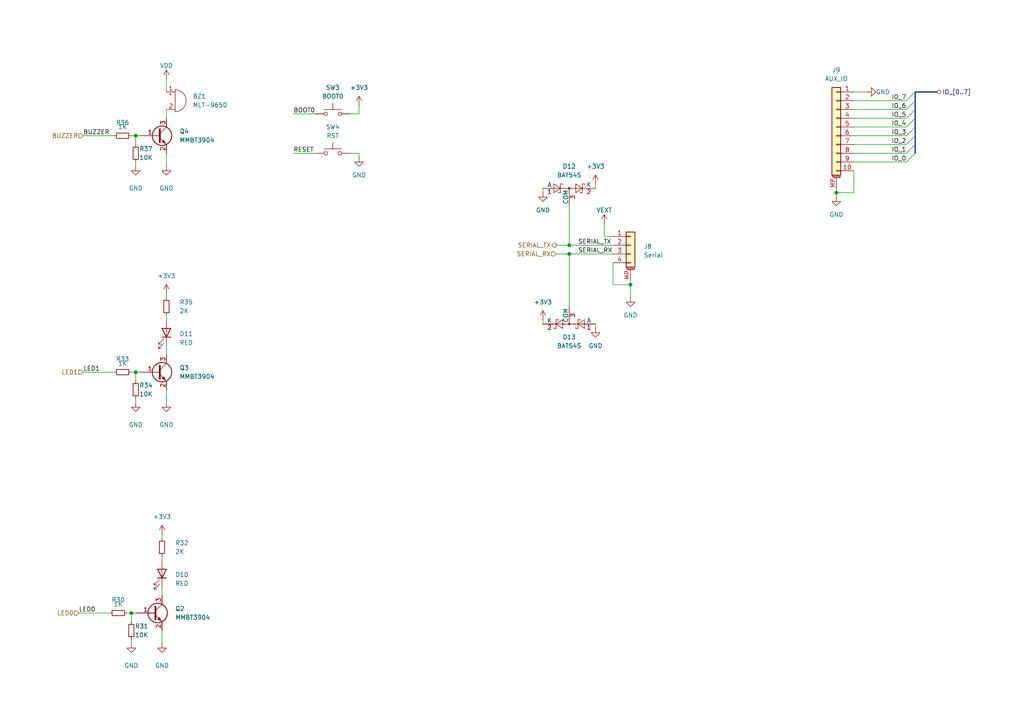
<source format=kicad_sch>
(kicad_sch (version 20231120) (generator "eeschema") (generator_version "8.0")
  (paper "A4")
  (lib_symbols
    (symbol "Connector_Generic_MountingPin:Conn_01x04_MountingPin" (pin_names (offset 1.016) hide)
      (property "Reference" "J" (at 0 5.08 0))
      (property "Value" "Conn_01x04_MountingPin" (at 1.27 -7.62 0))
      (symbol "Conn_01x04_MountingPin_1_1"
        (rectangle (start -1.27 -4.953) (end 0 -5.207) (stroke (width 0.1524)))
        (rectangle (start -1.27 -2.413) (end 0 -2.667) (stroke (width 0.1524)))
        (rectangle (start -1.27 0.127) (end 0 -0.127) (stroke (width 0.1524)))
        (rectangle (start -1.27 2.667) (end 0 2.413) (stroke (width 0.1524)))
        (rectangle (start -1.27 3.81) (end 1.27 -6.35) (stroke (width 0.254)) (fill (type background)))
        (polyline (pts (xy -1.016 -7.112) (xy 1.016 -7.112)) (stroke (width 0.1524)))
        (text "Mounting" (at 0 -6.731 0) (effects (font (size 0.381 0.381))))
        (pin passive line (at -5.08 2.54 0) (length 3.81) (name "Pin_1") (number "1"))
        (pin passive line (at -5.08 0 0) (length 3.81) (name "Pin_2") (number "2"))
        (pin passive line (at -5.08 -2.54 0) (length 3.81) (name "Pin_3") (number "3"))
        (pin passive line (at -5.08 -5.08 0) (length 3.81) (name "Pin_4") (number "4"))
        (pin passive line (at 0 -10.16 90) (length 3.048) (name "MountPin") (number "MP"))
      )
    )
    (symbol "Connector_Generic_MountingPin:Conn_01x10_MountingPin" (pin_names (offset 1.016) hide)
      (property "Reference" "J" (at 0 12.7 0))
      (property "Value" "Conn_01x10_MountingPin" (at 1.27 -15.24 0))
      (symbol "Conn_01x10_MountingPin_1_1"
        (rectangle (start -1.27 -12.573) (end 0 -12.827) (stroke (width 0.1524)))
        (rectangle (start -1.27 -10.033) (end 0 -10.287) (stroke (width 0.1524)))
        (rectangle (start -1.27 -7.493) (end 0 -7.747) (stroke (width 0.1524)))
        (rectangle (start -1.27 -4.953) (end 0 -5.207) (stroke (width 0.1524)))
        (rectangle (start -1.27 -2.413) (end 0 -2.667) (stroke (width 0.1524)))
        (rectangle (start -1.27 0.127) (end 0 -0.127) (stroke (width 0.1524)))
        (rectangle (start -1.27 2.667) (end 0 2.413) (stroke (width 0.1524)))
        (rectangle (start -1.27 5.207) (end 0 4.953) (stroke (width 0.1524)))
        (rectangle (start -1.27 7.747) (end 0 7.493) (stroke (width 0.1524)))
        (rectangle (start -1.27 10.287) (end 0 10.033) (stroke (width 0.1524)))
        (rectangle (start -1.27 11.43) (end 1.27 -13.97) (stroke (width 0.254)) (fill (type background)))
        (polyline (pts (xy -1.016 -14.732) (xy 1.016 -14.732)) (stroke (width 0.1524)))
        (text "Mounting" (at 0 -14.351 0) (effects (font (size 0.381 0.381))))
        (pin passive line (at -5.08 10.16 0) (length 3.81) (name "Pin_1") (number "1"))
        (pin passive line (at -5.08 -12.7 0) (length 3.81) (name "Pin_10") (number "10"))
        (pin passive line (at -5.08 7.62 0) (length 3.81) (name "Pin_2") (number "2"))
        (pin passive line (at -5.08 5.08 0) (length 3.81) (name "Pin_3") (number "3"))
        (pin passive line (at -5.08 2.54 0) (length 3.81) (name "Pin_4") (number "4"))
        (pin passive line (at -5.08 0 0) (length 3.81) (name "Pin_5") (number "5"))
        (pin passive line (at -5.08 -2.54 0) (length 3.81) (name "Pin_6") (number "6"))
        (pin passive line (at -5.08 -5.08 0) (length 3.81) (name "Pin_7") (number "7"))
        (pin passive line (at -5.08 -7.62 0) (length 3.81) (name "Pin_8") (number "8"))
        (pin passive line (at -5.08 -10.16 0) (length 3.81) (name "Pin_9") (number "9"))
        (pin passive line (at 0 -17.78 90) (length 3.048) (name "MountPin") (number "MP"))
      )
    )
    (symbol "Device:Buzzer" (pin_names (offset 0.0254) hide)
      (property "Reference" "BZ" (at 3.81 1.27 0))
      (property "Value" "Buzzer" (at 3.81 -1.27 0))
      (symbol "Buzzer_0_1"
        (arc (start 0 -3.175) (mid 3.1612 0) (end 0 3.175))
        (polyline (pts (xy -1.651 1.905) (xy -1.143 1.905)))
        (polyline (pts (xy -1.397 2.159) (xy -1.397 1.651)))
        (polyline (pts (xy 0 3.175) (xy 0 -3.175)))
      )
      (symbol "Buzzer_1_1"
        (pin passive line (at -2.54 2.54 0) (length 2.54) (name "+") (number "1"))
        (pin passive line (at -2.54 -2.54 0) (length 2.54) (name "-") (number "2"))
      )
    )
    (symbol "Device:LED" (pin_numbers hide) (pin_names (offset 1.016) hide)
      (property "Reference" "D" (at 0 2.54 0))
      (property "Value" "LED" (at 0 -2.54 0))
      (symbol "LED_0_1"
        (polyline (pts (xy -1.27 -1.27) (xy -1.27 1.27)) (stroke (width 0.254)))
        (polyline (pts (xy -1.27 0) (xy 1.27 0)))
        (polyline (pts (xy 1.27 -1.27) (xy 1.27 1.27) (xy -1.27 0) (xy 1.27 -1.27)) (stroke (width 0.254)))
        (polyline (pts (xy -3.048 -0.762) (xy -4.572 -2.286) (xy -3.81 -2.286) (xy -4.572 -2.286) (xy -4.572 -1.524)))
        (polyline (pts (xy -1.778 -0.762) (xy -3.302 -2.286) (xy -2.54 -2.286) (xy -3.302 -2.286) (xy -3.302 -1.524)))
      )
      (symbol "LED_1_1"
        (pin passive line (at -3.81 0 0) (length 2.54) (name "K") (number "1"))
        (pin passive line (at 3.81 0 180) (length 2.54) (name "A") (number "2"))
      )
    )
    (symbol "Device:R_Small" (pin_numbers hide) (pin_names (offset 0.254) hide)
      (property "Reference" "R" (at 0.762 0.508 0))
      (property "Value" "R_Small" (at 0.762 -1.016 0))
      (symbol "R_Small_0_1"
        (rectangle (start -0.762 1.778) (end 0.762 -1.778) (stroke (width 0.2032)))
      )
      (symbol "R_Small_1_1"
        (pin passive line (at 0 2.54 270) (length 0.762) (name "~") (number "1"))
        (pin passive line (at 0 -2.54 90) (length 0.762) (name "~") (number "2"))
      )
    )
    (symbol "Diode:BAT54S" (pin_names (offset 0))
      (property "Reference" "D" (at 2.54 -5.08 0))
      (property "Value" "BAT54S" (at -6.35 3.175 0))
      (symbol "BAT54S_0_1"
        (polyline (pts (xy -3.81 0) (xy -1.27 0)))
        (polyline (pts (xy -3.175 -1.27) (xy -3.175 -1.016)))
        (polyline (pts (xy -2.54 -1.27) (xy -3.175 -1.27)))
        (polyline (pts (xy -2.54 -1.27) (xy -2.54 1.27)))
        (polyline (pts (xy -2.54 1.27) (xy -1.905 1.27)))
        (polyline (pts (xy -1.905 0) (xy 1.905 0)))
        (polyline (pts (xy -1.905 1.27) (xy -1.905 1.016)))
        (polyline (pts (xy 1.27 0) (xy 3.81 0)))
        (polyline (pts (xy 3.175 -1.27) (xy 3.175 -1.016)))
        (polyline (pts (xy 3.81 -1.27) (xy 3.175 -1.27)))
        (polyline (pts (xy 3.81 -1.27) (xy 3.81 1.27)))
        (polyline (pts (xy 3.81 1.27) (xy 4.445 1.27)))
        (polyline (pts (xy 4.445 1.27) (xy 4.445 1.016)))
        (polyline (pts (xy -4.445 1.27) (xy -4.445 -1.27) (xy -2.54 0) (xy -4.445 1.27)))
        (polyline (pts (xy 1.905 1.27) (xy 1.905 -1.27) (xy 3.81 0) (xy 1.905 1.27)))
        (circle (center 0 0) (radius 0.254) (fill (type outline)))
      )
      (symbol "BAT54S_1_1"
        (pin passive line (at -7.62 0 0) (length 3.81) (name "A") (number "1"))
        (pin passive line (at 7.62 0 180) (length 3.81) (name "K") (number "2"))
        (pin passive line (at 0 -5.08 90) (length 5.08) (name "COM") (number "3"))
      )
    )
    (symbol "Switch:SW_Push" (pin_numbers hide) (pin_names (offset 1.016) hide)
      (property "Reference" "SW" (at 1.27 2.54 0))
      (property "Value" "SW_Push" (at 0 -1.524 0))
      (symbol "SW_Push_0_1"
        (circle (center -2.032 0) (radius 0.508))
        (polyline (pts (xy 0 1.27) (xy 0 3.048)))
        (polyline (pts (xy 2.54 1.27) (xy -2.54 1.27)))
        (circle (center 2.032 0) (radius 0.508))
        (pin passive line (at -5.08 0 0) (length 2.54) (name "1") (number "1"))
        (pin passive line (at 5.08 0 180) (length 2.54) (name "2") (number "2"))
      )
    )
    (symbol "Transistor_BJT:MMBT3904" (pin_names (offset 0) hide)
      (property "Reference" "Q" (at 5.08 1.905 0))
      (property "Value" "MMBT3904" (at 5.08 0 0))
      (symbol "MMBT3904_0_1"
        (polyline (pts (xy 0.635 0.635) (xy 2.54 2.54)))
        (polyline (pts (xy 0.635 -0.635) (xy 2.54 -2.54) (xy 2.54 -2.54)))
        (polyline (pts (xy 0.635 1.905) (xy 0.635 -1.905) (xy 0.635 -1.905)) (stroke (width 0.508)))
        (polyline (pts (xy 1.27 -1.778) (xy 1.778 -1.27) (xy 2.286 -2.286) (xy 1.27 -1.778) (xy 1.27 -1.778)) (fill (type outline)))
        (circle (center 1.27 0) (radius 2.8194) (stroke (width 0.254)))
      )
      (symbol "MMBT3904_1_1"
        (pin input line (at -5.08 0 0) (length 5.715) (name "B") (number "1"))
        (pin passive line (at 2.54 -5.08 90) (length 2.54) (name "E") (number "2"))
        (pin passive line (at 2.54 5.08 270) (length 2.54) (name "C") (number "3"))
      )
    )
    (symbol "power:+3V3" (power) (pin_numbers hide) (pin_names (offset 0) hide)
      (property "Value" "+3V3" (at 0 3.556 0))
      (symbol "+3V3_0_1"
        (polyline (pts (xy -0.762 1.27) (xy 0 2.54)))
        (polyline (pts (xy 0 0) (xy 0 2.54)))
        (polyline (pts (xy 0 2.54) (xy 0.762 1.27)))
      )
      (symbol "+3V3_1_1"
        (pin power_in line (at 0 0 90) (length 0) (name "~") (number "1"))
      )
    )
    (symbol "power:GND" (power) (pin_numbers hide) (pin_names (offset 0) hide)
      (property "Value" "GND" (at 0 -3.81 0))
      (symbol "GND_0_1"
        (polyline (pts (xy 0 0) (xy 0 -1.27) (xy 1.27 -1.27) (xy 0 -2.54) (xy -1.27 -1.27) (xy 0 -1.27)))
      )
      (symbol "GND_1_1"
        (pin power_in line (at 0 0 270) (length 0) (name "~") (number "1"))
      )
    )
    (symbol "power:VBUS" (power) (pin_numbers hide) (pin_names (offset 0) hide)
      (property "Value" "VBUS" (at 0 3.556 0))
      (symbol "VBUS_0_1"
        (polyline (pts (xy -0.762 1.27) (xy 0 2.54)))
        (polyline (pts (xy 0 0) (xy 0 2.54)))
        (polyline (pts (xy 0 2.54) (xy 0.762 1.27)))
      )
      (symbol "VBUS_1_1"
        (pin power_in line (at 0 0 90) (length 0) (name "~") (number "1"))
      )
    )
    (symbol "power:VDD" (power) (pin_numbers hide) (pin_names (offset 0) hide)
      (property "Value" "VDD" (at 0 3.556 0))
      (symbol "VDD_0_1"
        (polyline (pts (xy -0.762 1.27) (xy 0 2.54)))
        (polyline (pts (xy 0 0) (xy 0 2.54)))
        (polyline (pts (xy 0 2.54) (xy 0.762 1.27)))
      )
      (symbol "VDD_1_1"
        (pin power_in line (at 0 0 90) (length 0) (name "~") (number "1"))
      )
    )
  )
  (junction (at 242.57 55.88))
  (junction (at 165.1 73.66))
  (junction (at 39.37 39.37))
  (junction (at 39.37 107.95))
  (junction (at 38.1 177.8))
  (junction (at 182.88 82.55))
  (junction (at 165.1 71.12))
  (bus_entry (at 262.89 29.21) (size 2.54 -2.54))
  (bus_entry (at 262.89 46.99) (size 2.54 -2.54))
  (bus_entry (at 262.89 34.29) (size 2.54 -2.54))
  (bus_entry (at 262.89 39.37) (size 2.54 -2.54))
  (bus_entry (at 262.89 44.45) (size 2.54 -2.54))
  (bus_entry (at 262.89 31.75) (size 2.54 -2.54))
  (bus_entry (at 262.89 41.91) (size 2.54 -2.54))
  (bus_entry (at 262.89 36.83) (size 2.54 -2.54))
  (wire (pts (xy 85.09 44.45) (xy 91.44 44.45)))
  (wire (pts (xy 46.99 161.29) (xy 46.99 162.56)))
  (bus (pts (xy 265.43 41.91) (xy 265.43 39.37)))
  (wire (pts (xy 39.37 39.37) (xy 39.37 41.91)))
  (wire (pts (xy 177.8 82.55) (xy 182.88 82.55)))
  (wire (pts (xy 262.89 44.45) (xy 247.65 44.45)))
  (bus (pts (xy 265.43 31.75) (xy 265.43 29.21)))
  (wire (pts (xy 165.1 71.12) (xy 177.8 71.12)))
  (wire (pts (xy 247.65 55.88) (xy 242.57 55.88)))
  (bus (pts (xy 265.43 44.45) (xy 265.43 41.91)))
  (wire (pts (xy 262.89 31.75) (xy 247.65 31.75)))
  (wire (pts (xy 104.14 44.45) (xy 101.6 44.45)))
  (wire (pts (xy 39.37 39.37) (xy 40.64 39.37)))
  (wire (pts (xy 48.26 91.44) (xy 48.26 92.71)))
  (wire (pts (xy 48.26 116.84) (xy 48.26 113.03)))
  (wire (pts (xy 262.89 34.29) (xy 247.65 34.29)))
  (wire (pts (xy 39.37 116.84) (xy 39.37 115.57)))
  (wire (pts (xy 38.1 177.8) (xy 39.37 177.8)))
  (wire (pts (xy 262.89 41.91) (xy 247.65 41.91)))
  (wire (pts (xy 262.89 39.37) (xy 247.65 39.37)))
  (wire (pts (xy 165.1 88.9) (xy 165.1 73.66)))
  (wire (pts (xy 242.57 57.15) (xy 242.57 55.88)))
  (wire (pts (xy 38.1 39.37) (xy 39.37 39.37)))
  (bus (pts (xy 265.43 26.67) (xy 271.78 26.67)))
  (wire (pts (xy 101.6 33.02) (xy 104.14 33.02)))
  (wire (pts (xy 172.72 53.34) (xy 172.72 54.61)))
  (wire (pts (xy 172.72 95.25) (xy 172.72 93.98)))
  (wire (pts (xy 46.99 170.18) (xy 46.99 172.72)))
  (wire (pts (xy 22.86 177.8) (xy 31.75 177.8)))
  (wire (pts (xy 39.37 107.95) (xy 40.64 107.95)))
  (wire (pts (xy 38.1 107.95) (xy 39.37 107.95)))
  (bus (pts (xy 265.43 36.83) (xy 265.43 34.29)))
  (wire (pts (xy 157.48 92.71) (xy 157.48 93.98)))
  (wire (pts (xy 251.46 26.67) (xy 247.65 26.67)))
  (wire (pts (xy 104.14 33.02) (xy 104.14 30.48)))
  (wire (pts (xy 165.1 59.69) (xy 165.1 71.12)))
  (wire (pts (xy 175.26 68.58) (xy 177.8 68.58)))
  (wire (pts (xy 182.88 86.36) (xy 182.88 82.55)))
  (wire (pts (xy 48.26 85.09) (xy 48.26 86.36)))
  (wire (pts (xy 48.26 48.26) (xy 48.26 44.45)))
  (wire (pts (xy 38.1 186.69) (xy 38.1 185.42)))
  (bus (pts (xy 265.43 39.37) (xy 265.43 36.83)))
  (wire (pts (xy 48.26 31.75) (xy 48.26 34.29)))
  (wire (pts (xy 36.83 177.8) (xy 38.1 177.8)))
  (wire (pts (xy 39.37 107.95) (xy 39.37 110.49)))
  (wire (pts (xy 262.89 29.21) (xy 247.65 29.21)))
  (wire (pts (xy 48.26 22.86) (xy 48.26 26.67)))
  (wire (pts (xy 165.1 73.66) (xy 177.8 73.66)))
  (wire (pts (xy 38.1 177.8) (xy 38.1 180.34)))
  (wire (pts (xy 104.14 45.72) (xy 104.14 44.45)))
  (wire (pts (xy 242.57 55.88) (xy 242.57 54.61)))
  (wire (pts (xy 46.99 186.69) (xy 46.99 182.88)))
  (bus (pts (xy 265.43 29.21) (xy 265.43 26.67)))
  (bus (pts (xy 265.43 34.29) (xy 265.43 31.75)))
  (wire (pts (xy 247.65 49.53) (xy 247.65 55.88)))
  (wire (pts (xy 161.29 71.12) (xy 165.1 71.12)))
  (wire (pts (xy 157.48 55.88) (xy 157.48 54.61)))
  (wire (pts (xy 48.26 100.33) (xy 48.26 102.87)))
  (wire (pts (xy 182.88 82.55) (xy 182.88 81.28)))
  (wire (pts (xy 262.89 46.99) (xy 247.65 46.99)))
  (wire (pts (xy 177.8 76.2) (xy 177.8 82.55)))
  (wire (pts (xy 175.26 64.77) (xy 175.26 68.58)))
  (wire (pts (xy 161.29 73.66) (xy 165.1 73.66)))
  (wire (pts (xy 85.09 33.02) (xy 91.44 33.02)))
  (wire (pts (xy 39.37 48.26) (xy 39.37 46.99)))
  (wire (pts (xy 46.99 154.94) (xy 46.99 156.21)))
  (wire (pts (xy 24.13 39.37) (xy 33.02 39.37)))
  (wire (pts (xy 24.13 107.95) (xy 33.02 107.95)))
  (wire (pts (xy 262.89 36.83) (xy 247.65 36.83)))
  (label "BOOT0" (at 85.09 33.02 0))
  (label "IO_2" (at 262.89 41.91 180))
  (label "LED0" (at 22.86 177.8 0))
  (label "IO_6" (at 262.89 31.75 180))
  (label "IO_5" (at 262.89 34.29 180))
  (label "IO_0" (at 262.89 46.99 180))
  (label "IO_4" (at 262.89 36.83 180))
  (label "BUZZER" (at 24.13 39.37 0))
  (label "IO_1" (at 262.89 44.45 180))
  (label "SERIAL_TX" (at 167.64 71.12 0))
  (label "IO_3" (at 262.89 39.37 180))
  (label "LED1" (at 24.13 107.95 0))
  (label "IO_7" (at 262.89 29.21 180))
  (label "SERIAL_RX" (at 167.64 73.66 0))
  (label "RESET" (at 85.09 44.45 0))
  (hierarchical_label "SERIAL_RX" (shape input) (at 161.29 73.66 180))
  (hierarchical_label "BUZZER" (shape input) (at 24.13 39.37 180))
  (hierarchical_label "LED1" (shape input) (at 24.13 107.95 180))
  (hierarchical_label "IO_[0..7]" (shape bidirectional) (at 271.78 26.67 0))
  (hierarchical_label "SERIAL_TX" (shape output) (at 161.29 71.12 180))
  (hierarchical_label "LED0" (shape input) (at 22.86 177.8 180))
  (symbol (lib_id "Switch:SW_Push") (at 96.52 44.45 0) (unit 1)
    (property "Reference" "SW4" (at 96.52 36.83 0))
    (property "Value" "RST" (at 96.52 39.37 0))
    (property "Footprint" "Button_Switch_SMD:SW_SPST_PTS810" (effects (hide yes)))
    (property "Description" "Push button switch, generic, two pins" (effects (hide yes)))
    (property "JLCPCB Part #" "C127488" (effects (hide yes)))
  )
  (symbol (lib_id "power:GND") (at 182.88 86.36 0) (unit 1)
    (property "Reference" "#PWR0131" (effects (hide yes)))
    (property "Value" "GND" (at 182.88 91.44 0))
    (property "Description" "Power symbol creates a global label with name \"GND\" , ground" (effects (hide yes)))
  )
  (symbol (lib_id "Transistor_BJT:MMBT3904") (at 44.45 177.8 0) (unit 1)
    (property "Reference" "Q2" (at 50.8 176.5299 0) (effects (justify left)))
    (property "Value" "MMBT3904" (at 50.8 179.0699 0) (effects (justify left)))
    (property "Footprint" "Package_TO_SOT_SMD:SOT-23" (effects (hide yes)))
    (property "Datasheet" "https://www.onsemi.com/pdf/datasheet/pzt3904-d.pdf" (effects (hide yes)))
    (property "Description" "0.2A Ic, 40V Vce, Small Signal NPN Transistor, SOT-23" (effects (hide yes)))
    (property "JLCPCB Part #" "C7420353" (effects (hide yes)))
  )
  (symbol (lib_id "power:GND") (at 39.37 48.26 0) (unit 1)
    (property "Reference" "#PWR0133" (effects (hide yes)))
    (property "Value" "GND" (at 39.37 54.61 0))
    (property "Description" "Power symbol creates a global label with name \"GND\" , ground" (effects (hide yes)))
  )
  (symbol (lib_id "power:GND") (at 48.26 116.84 0) (unit 1)
    (property "Reference" "#PWR0123" (effects (hide yes)))
    (property "Value" "GND" (at 48.26 123.19 0))
    (property "Description" "Power symbol creates a global label with name \"GND\" , ground" (effects (hide yes)))
  )
  (symbol (lib_id "power:+3V3") (at 157.48 92.71 0) (unit 1)
    (property "Reference" "#PWR0128" (effects (hide yes)))
    (property "Value" "+3V3" (at 157.48 87.63 0))
    (property "Description" "Power symbol creates a global label with name \"+3V3\"" (effects (hide yes)))
  )
  (symbol (lib_id "power:GND") (at 39.37 116.84 0) (unit 1)
    (property "Reference" "#PWR0121" (effects (hide yes)))
    (property "Value" "GND" (at 39.37 123.19 0))
    (property "Description" "Power symbol creates a global label with name \"GND\" , ground" (effects (hide yes)))
  )
  (symbol (lib_id "Device:LED") (at 48.26 96.52 270) (mirror x) (unit 1)
    (property "Reference" "D11" (at 52.07 96.8374 90) (effects (justify left)))
    (property "Value" "RED" (at 52.07 99.3774 90) (effects (justify left)))
    (property "Footprint" "LED_SMD:LED_0805_2012Metric" (effects (hide yes)))
    (property "Description" "Light emitting diode" (effects (hide yes)))
    (property "JLCPCB Part #" "C84256" (effects (hide yes)))
  )
  (symbol (lib_id "Device:LED") (at 46.99 166.37 270) (mirror x) (unit 1)
    (property "Reference" "D10" (at 50.8 166.6874 90) (effects (justify left)))
    (property "Value" "RED" (at 50.8 169.2274 90) (effects (justify left)))
    (property "Footprint" "LED_SMD:LED_0805_2012Metric" (effects (hide yes)))
    (property "Description" "Light emitting diode" (effects (hide yes)))
    (property "JLCPCB Part #" "C84256" (effects (hide yes)))
  )
  (symbol (lib_id "Connector_Generic_MountingPin:Conn_01x04_MountingPin") (at 182.88 71.12 0) (unit 1)
    (property "Reference" "J8" (at 186.69 71.4755 0) (effects (justify left)))
    (property "Value" "Serial" (at 186.69 74.0155 0) (effects (justify left)))
    (property "Footprint" "S4B-XH-SM4-TB_LF__SN:S4BXHSM4TBLFSN" (effects (hide yes)))
    (property "Description" "Generic connectable mounting pin connector, single row, 01x04, script generated (kicad-library-utils/schlib/autogen/connector/)" (effects (hide yes)))
    (property "JLCPCB Part #" "C146120" (effects (hide yes)))
  )
  (symbol (lib_id "power:+3V3") (at 172.72 53.34 0) (unit 1)
    (property "Reference" "#PWR0126" (effects (hide yes)))
    (property "Value" "+3V3" (at 172.72 48.26 0))
    (property "Description" "Power symbol creates a global label with name \"+3V3\"" (effects (hide yes)))
  )
  (symbol (lib_id "power:GND") (at 242.57 57.15 0) (mirror y) (unit 1)
    (property "Reference" "#PWR0132" (effects (hide yes)))
    (property "Value" "GND" (at 242.57 62.23 0))
    (property "Description" "Power symbol creates a global label with name \"GND\" , ground" (effects (hide yes)))
  )
  (symbol (lib_id "Device:R_Small") (at 34.29 177.8 90) (unit 1)
    (property "Reference" "R30" (at 34.29 173.99 90))
    (property "Value" "1K" (at 34.29 175.26 90))
    (property "Footprint" "Resistor_SMD:R_0402_1005Metric" (effects (hide yes)))
    (property "Description" "Resistor, small symbol" (effects (hide yes)))
    (property "JLCPCB Part #" "C11702" (effects (hide yes)))
  )
  (symbol (lib_id "power:+3V3") (at 48.26 85.09 0) (unit 1)
    (property "Reference" "#PWR0122" (effects (hide yes)))
    (property "Value" "+3V3" (at 48.26 80.01 0))
    (property "Description" "Power symbol creates a global label with name \"+3V3\"" (effects (hide yes)))
  )
  (symbol (lib_id "Diode:BAT54S") (at 165.1 93.98 180) (unit 1)
    (property "Reference" "D13" (at 165.1 97.79 0))
    (property "Value" "BAT54S" (at 165.1 100.33 0))
    (property "Footprint" "Package_TO_SOT_SMD:SOT-23" (effects (hide yes)))
    (property "Datasheet" "https://www.diodes.com/assets/Datasheets/ds11005.pdf" (effects (hide yes)))
    (property "Description" "Vr 30V, If 200mA, Dual schottky barrier diode, in series, SOT-323" (effects (hide yes)))
    (property "JLCPCB Part #" "C47546" (effects (hide yes)))
  )
  (symbol (lib_id "Transistor_BJT:MMBT3904") (at 45.72 39.37 0) (unit 1)
    (property "Reference" "Q4" (at 52.07 38.0999 0) (effects (justify left)))
    (property "Value" "MMBT3904" (at 52.07 40.6399 0) (effects (justify left)))
    (property "Footprint" "Package_TO_SOT_SMD:SOT-23" (effects (hide yes)))
    (property "Datasheet" "https://www.onsemi.com/pdf/datasheet/pzt3904-d.pdf" (effects (hide yes)))
    (property "Description" "0.2A Ic, 40V Vce, Small Signal NPN Transistor, SOT-23" (effects (hide yes)))
    (property "JLCPCB Part #" "C7420353" (effects (hide yes)))
  )
  (symbol (lib_id "Device:Buzzer") (at 50.8 29.21 0) (unit 1)
    (property "Reference" "BZ1" (at 55.88 27.9399 0) (effects (justify left)))
    (property "Value" "MLT-9650" (at 55.88 30.4799 0) (effects (justify left)))
    (property "Footprint" "SMD-Buzzer:active-MLT-9650" (effects (hide yes)))
    (property "Description" "Buzzer, polarized" (effects (hide yes)))
    (property "JLCPCB Part #" "C255327" (effects (hide yes)))
  )
  (symbol (lib_id "power:+3V3") (at 104.14 30.48 0) (unit 1)
    (property "Reference" "#PWR0124" (effects (hide yes)))
    (property "Value" "+3V3" (at 104.14 25.4 0))
    (property "Description" "Power symbol creates a global label with name \"+3V3\"" (effects (hide yes)))
  )
  (symbol (lib_id "power:GND") (at 104.14 45.72 0) (unit 1)
    (property "Reference" "#PWR0125" (effects (hide yes)))
    (property "Value" "GND" (at 104.14 50.8 0))
    (property "Description" "Power symbol creates a global label with name \"GND\" , ground" (effects (hide yes)))
  )
  (symbol (lib_id "Diode:BAT54S") (at 165.1 54.61 0) (unit 1)
    (property "Reference" "D12" (at 165.1 48.26 0))
    (property "Value" "BAT54S" (at 165.1 50.8 0))
    (property "Footprint" "Package_TO_SOT_SMD:SOT-23" (effects (hide yes)))
    (property "Datasheet" "https://www.diodes.com/assets/Datasheets/ds11005.pdf" (effects (hide yes)))
    (property "Description" "Vr 30V, If 200mA, Dual schottky barrier diode, in series, SOT-323" (effects (hide yes)))
    (property "JLCPCB Part #" "C47546" (effects (hide yes)))
  )
  (symbol (lib_id "Device:R_Small") (at 38.1 182.88 0) (unit 1)
    (property "Reference" "R31" (at 39.116 181.61 0) (effects (justify left)))
    (property "Value" "10K" (at 39.116 184.15 0) (effects (justify left)))
    (property "Footprint" "Resistor_SMD:R_0402_1005Metric" (effects (hide yes)))
    (property "Description" "Resistor, small symbol" (effects (hide yes)))
    (property "JLCPCB Part #" "C25744" (effects (hide yes)))
  )
  (symbol (lib_id "power:+3V3") (at 46.99 154.94 0) (unit 1)
    (property "Reference" "#PWR0119" (effects (hide yes)))
    (property "Value" "+3V3" (at 46.99 149.86 0))
    (property "Description" "Power symbol creates a global label with name \"+3V3\"" (effects (hide yes)))
  )
  (symbol (lib_id "power:GND") (at 172.72 95.25 0) (unit 1)
    (property "Reference" "#PWR0129" (effects (hide yes)))
    (property "Value" "GND" (at 172.72 100.33 0))
    (property "Description" "Power symbol creates a global label with name \"GND\" , ground" (effects (hide yes)))
  )
  (symbol (lib_id "power:GND") (at 46.99 186.69 0) (unit 1)
    (property "Reference" "#PWR0120" (effects (hide yes)))
    (property "Value" "GND" (at 46.99 193.04 0))
    (property "Description" "Power symbol creates a global label with name \"GND\" , ground" (effects (hide yes)))
  )
  (symbol (lib_id "power:VDD") (at 48.26 22.86 0) (unit 1)
    (property "Reference" "#PWR0135" (effects (hide yes)))
    (property "Value" "VDD" (at 48.26 19.05 0))
    (property "Description" "Power symbol creates a global label with name \"VDD\"" (effects (hide yes)))
  )
  (symbol (lib_id "power:GND") (at 251.46 26.67 90) (mirror x) (unit 1)
    (property "Reference" "#PWR0134" (effects (hide yes)))
    (property "Value" "GND" (at 254 26.6699 90) (effects (justify right)))
    (property "Description" "Power symbol creates a global label with name \"GND\" , ground" (effects (hide yes)))
  )
  (symbol (lib_id "power:GND") (at 38.1 186.69 0) (unit 1)
    (property "Reference" "#PWR0118" (effects (hide yes)))
    (property "Value" "GND" (at 38.1 193.04 0))
    (property "Description" "Power symbol creates a global label with name \"GND\" , ground" (effects (hide yes)))
  )
  (symbol (lib_id "Device:R_Small") (at 39.37 44.45 0) (unit 1)
    (property "Reference" "R37" (at 40.386 43.18 0) (effects (justify left)))
    (property "Value" "10K" (at 40.386 45.72 0) (effects (justify left)))
    (property "Footprint" "Resistor_SMD:R_0402_1005Metric" (effects (hide yes)))
    (property "Description" "Resistor, small symbol" (effects (hide yes)))
    (property "JLCPCB Part #" "C25744" (effects (hide yes)))
  )
  (symbol (lib_id "Connector_Generic_MountingPin:Conn_01x10_MountingPin") (at 242.57 36.83 0) (mirror y) (unit 1)
    (property "Reference" "J9" (at 242.57 20.32 0))
    (property "Value" "AUX_IO" (at 242.57 22.86 0))
    (property "Footprint" "Connector_FPC:Conn_FPC_10P_1mm_G-SWITCH_GT-F1008SR20-10SMT01" (effects (hide yes)))
    (property "Description" "Generic connectable mounting pin connector, single row, 01x10, script generated (kicad-library-utils/schlib/autogen/connector/)" (effects (hide yes)))
    (property "JLCPCB Part #" "C22387155" (effects (hide yes)))
  )
  (symbol (lib_id "power:GND") (at 48.26 48.26 0) (unit 1)
    (property "Reference" "#PWR0136" (effects (hide yes)))
    (property "Value" "GND" (at 48.26 54.61 0))
    (property "Description" "Power symbol creates a global label with name \"GND\" , ground" (effects (hide yes)))
  )
  (symbol (lib_id "Transistor_BJT:MMBT3904") (at 45.72 107.95 0) (unit 1)
    (property "Reference" "Q3" (at 52.07 106.6799 0) (effects (justify left)))
    (property "Value" "MMBT3904" (at 52.07 109.2199 0) (effects (justify left)))
    (property "Footprint" "Package_TO_SOT_SMD:SOT-23" (effects (hide yes)))
    (property "Datasheet" "https://www.onsemi.com/pdf/datasheet/pzt3904-d.pdf" (effects (hide yes)))
    (property "Description" "0.2A Ic, 40V Vce, Small Signal NPN Transistor, SOT-23" (effects (hide yes)))
    (property "JLCPCB Part #" "C7420353" (effects (hide yes)))
  )
  (symbol (lib_id "Device:R_Small") (at 35.56 39.37 90) (unit 1)
    (property "Reference" "R36" (at 35.56 35.56 90))
    (property "Value" "1K" (at 35.56 36.83 90))
    (property "Footprint" "Resistor_SMD:R_0402_1005Metric" (effects (hide yes)))
    (property "Description" "Resistor, small symbol" (effects (hide yes)))
    (property "JLCPCB Part #" "C11702" (effects (hide yes)))
  )
  (symbol (lib_id "power:GND") (at 157.48 55.88 0) (unit 1)
    (property "Reference" "#PWR0127" (effects (hide yes)))
    (property "Value" "GND" (at 157.48 60.96 0))
    (property "Description" "Power symbol creates a global label with name \"GND\" , ground" (effects (hide yes)))
  )
  (symbol (lib_id "Device:R_Small") (at 35.56 107.95 90) (unit 1)
    (property "Reference" "R33" (at 35.56 104.14 90))
    (property "Value" "1K" (at 35.56 105.41 90))
    (property "Footprint" "Resistor_SMD:R_0402_1005Metric" (effects (hide yes)))
    (property "Description" "Resistor, small symbol" (effects (hide yes)))
    (property "JLCPCB Part #" "C11702" (effects (hide yes)))
  )
  (symbol (lib_id "power:VBUS") (at 175.26 64.77 0) (unit 1)
    (property "Reference" "#PWR0130" (effects (hide yes)))
    (property "Value" "VEXT" (at 175.26 60.96 0))
    (property "Description" "Power symbol creates a global label with name \"VBUS\"" (effects (hide yes)))
  )
  (symbol (lib_id "Device:R_Small") (at 46.99 158.75 180) (unit 1)
    (property "Reference" "R32" (at 50.8 157.4799 0) (effects (justify right)))
    (property "Value" "2K" (at 50.8 160.0199 0) (effects (justify right)))
    (property "Footprint" "Resistor_SMD:R_0402_1005Metric" (effects (hide yes)))
    (property "Description" "Resistor, small symbol" (effects (hide yes)))
    (property "JLCPCB Part #" "C4109" (effects (hide yes)))
  )
  (symbol (lib_id "Device:R_Small") (at 39.37 113.03 0) (unit 1)
    (property "Reference" "R34" (at 40.386 111.76 0) (effects (justify left)))
    (property "Value" "10K" (at 40.386 114.3 0) (effects (justify left)))
    (property "Footprint" "Resistor_SMD:R_0402_1005Metric" (effects (hide yes)))
    (property "Description" "Resistor, small symbol" (effects (hide yes)))
    (property "JLCPCB Part #" "C25744" (effects (hide yes)))
  )
  (symbol (lib_id "Switch:SW_Push") (at 96.52 33.02 0) (unit 1)
    (property "Reference" "SW3" (at 96.52 25.4 0))
    (property "Value" "BOOT0" (at 96.52 27.94 0))
    (property "Footprint" "Button_Switch_SMD:SW_SPST_PTS810" (effects (hide yes)))
    (property "Description" "Push button switch, generic, two pins" (effects (hide yes)))
    (property "JLCPCB Part #" "C127488" (effects (hide yes)))
  )
  (symbol (lib_id "Device:R_Small") (at 48.26 88.9 180) (unit 1)
    (property "Reference" "R35" (at 52.07 87.6299 0) (effects (justify right)))
    (property "Value" "2K" (at 52.07 90.1699 0) (effects (justify right)))
    (property "Footprint" "Resistor_SMD:R_0402_1005Metric" (effects (hide yes)))
    (property "Description" "Resistor, small symbol" (effects (hide yes)))
    (property "JLCPCB Part #" "C4109" (effects (hide yes)))
  )
)
</source>
